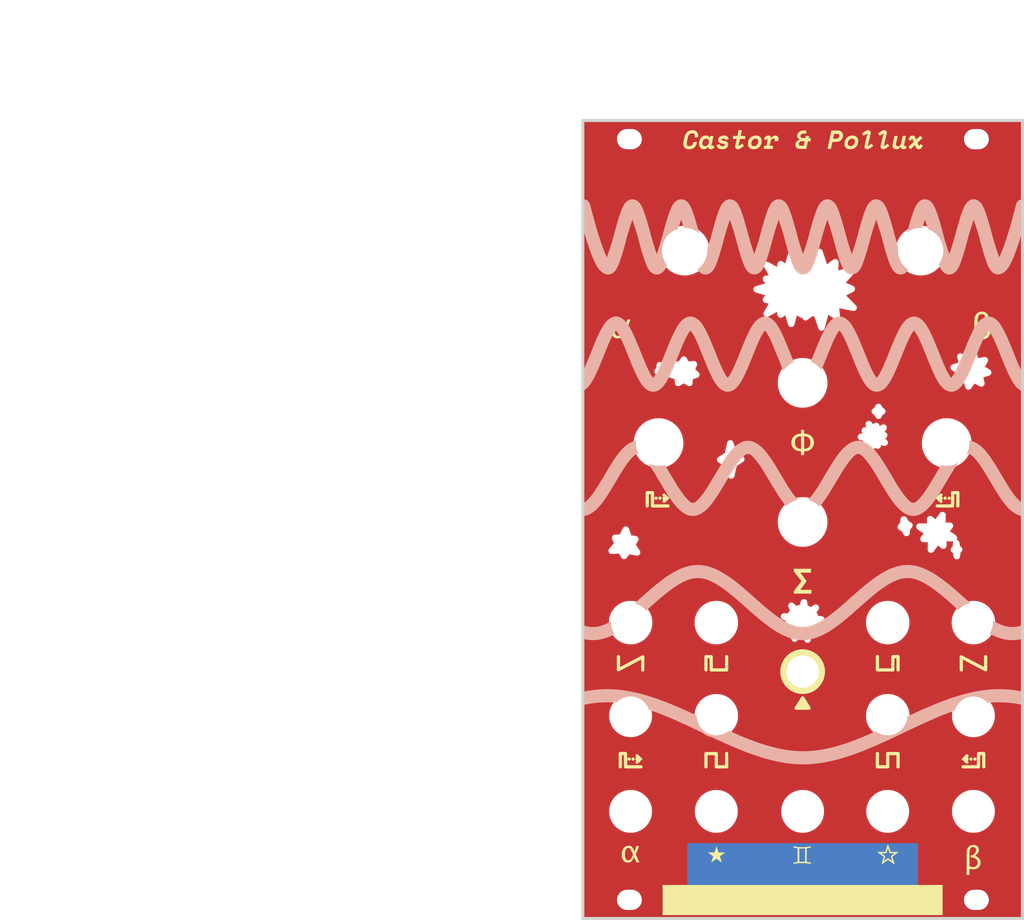
<source format=kicad_pcb>
(kicad_pcb (version 20240108) (generator "pcbnew") (generator_version "8.0")
  (title_block (title "Castor & Pollux II") (date "2025-01-30") (rev "v1 DIY") (company "Winterbloom") (comment 1 "Alethea Flowers") (comment 2 "CC BY-NC-ND 4.0") (comment 3 "gemini.wntr.dev"))
  (layers (0 "F.Cu" signal) (31 "B.Cu" signal) (34 "B.Paste" user) (35 "F.Paste" user) (36 "B.SilkS" user "B.Silkscreen") (37 "F.SilkS" user "F.Silkscreen") (38 "B.Mask" user) (39 "F.Mask" user) (44 "Edge.Cuts" user))
  (net 0 "")
  (footprint "DrillHole" (layer "F.Cu") (at 139.264989 132.06438)
    (property "Reference" "")
    (property "Value" "")
  )
  (footprint "DrillHole" (layer "F.Cu") (at 120.264989 64.26438)
    (property "Reference" "")
    (property "Value" "")
  )
  (footprint "Graphics" (layer "F.Cu") (at 103.864989 43.31438)
    (property "Reference" "")
    (property "Value" "")
  )
  (footprint "DrillSlottedHole" (layer "F.Cu") (at 167.244989 168.81438)
    (property "Reference" "")
    (property "Value" "")
  )
  (footprint "DrillHole" (layer "F.Cu") (at 166.764989 154.56438)
    (property "Reference" "")
    (property "Value" "")
  )
  (footprint "DrillHole" (layer "F.Cu") (at 139.264989 107.96438)
    (property "Reference" "")
    (property "Value" "")
  )
  (footprint "DrillHole" (layer "F.Cu") (at 125.364989 139.16438)
    (property "Reference" "")
    (property "Value" "")
  )
  (footprint "Graphics" (layer "F.Cu") (at 103.864989 43.31438)
    (property "Reference" "")
    (property "Value" "")
  )
  (footprint "DrillHole" (layer "F.Cu") (at 152.964989 139.16438)
    (property "Reference" "")
    (property "Value" "")
  )
  (footprint "DrillHole" (layer "F.Cu") (at 166.764989 124.16438)
    (property "Reference" "")
    (property "Value" "")
  )
  (footprint "DrillHole" (layer "F.Cu") (at 111.564989 154.56438)
    (property "Reference" "")
    (property "Value" "")
  )
  (footprint "DrillHole" (layer "F.Cu") (at 111.564989 124.16438)
    (property "Reference" "")
    (property "Value" "")
  )
  (footprint "Graphics" (layer "F.Cu") (at 103.864989 43.31438)
    (property "Reference" "")
    (property "Value" "")
  )
  (footprint "DrillHole" (layer "F.Cu") (at 125.324989 154.56438)
    (property "Reference" "")
    (property "Value" "")
  )
  (footprint "DrillHole" (layer "F.Cu") (at 162.464989 95.26438)
    (property "Reference" "")
    (property "Value" "")
  )
  (footprint "DrillHole" (layer "F.Cu") (at 111.564989 139.16438)
    (property "Reference" "")
    (property "Value" "")
  )
  (footprint "DrillHole" (layer "F.Cu") (at 158.264989 64.26438)
    (property "Reference" "")
    (property "Value" "")
  )
  (footprint "DrillSlottedHole" (layer "F.Cu") (at 111.364989 168.81438)
    (property "Reference" "")
    (property "Value" "")
  )
  (footprint "DrillSlottedHole" (layer "F.Cu") (at 111.364989 46.31438)
    (property "Reference" "")
    (property "Value" "")
  )
  (footprint "DrillHole" (layer "F.Cu") (at 152.964989 154.56438)
    (property "Reference" "")
    (property "Value" "")
  )
  (footprint "DrillHole" (layer "F.Cu") (at 139.264989 107.96438)
    (property "Reference" "")
    (property "Value" "")
  )
  (footprint "DrillHole" (layer "F.Cu") (at 116.064989 95.26438)
    (property "Reference" "")
    (property "Value" "")
  )
  (footprint "DrillHole" (layer "F.Cu") (at 139.264989 154.56438)
    (property "Reference" "")
    (property "Value" "")
  )
  (footprint "DrillHole" (layer "F.Cu") (at 125.364989 124.16438)
    (property "Reference" "")
    (property "Value" "")
  )
  (footprint "DrillHole" (layer "F.Cu") (at 139.264989 85.56438)
    (property "Reference" "")
    (property "Value" "")
  )
  (footprint "DrillHole" (layer "F.Cu") (at 166.764989 139.16438)
    (property "Reference" "")
    (property "Value" "")
  )
  (footprint "Graphics" (layer "F.Cu") (at 103.864989 43.31438)
    (property "Reference" "")
    (property "Value" "")
  )
  (footprint "Graphics" (layer "F.Cu") (at 103.864989 43.31438)
    (property "Reference" "")
    (property "Value" "")
  )
  (footprint "DrillSlottedHole" (layer "F.Cu") (at 167.244989 46.31438)
    (property "Reference" "")
    (property "Value" "")
  )
  (footprint "DrillHole" (layer "F.Cu") (at 152.964989 124.16438)
    (property "Reference" "")
    (property "Value" "")
  )
  (footprint "Graphics" (layer "B.Cu") (at 103.864989 43.31438)
    (property "Reference" "")
    (property "Value" "")
  )
  (gr_rect (start 116.764989 166.46438) (end 161.764989 171.21438) (stroke (width 0.1)) (fill solid) (layer "F.SilkS"))
  (gr_poly (pts (xy 103.864989 43.31438) (xy 174.664989 43.31438) (xy 174.664989 171.81438) (xy 103.864989 171.81438) (xy 103.864989 43.31438)) (stroke (width 0.5)) (fill none) (layer "Edge.Cuts"))
)
</source>
